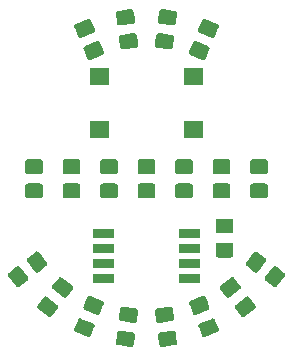
<source format=gbr>
G04 #@! TF.GenerationSoftware,KiCad,Pcbnew,(5.1.4)-1*
G04 #@! TF.CreationDate,2020-01-31T15:03:28+00:00*
G04 #@! TF.ProjectId,KeepCalm,4b656570-4361-46c6-9d2e-6b696361645f,rev?*
G04 #@! TF.SameCoordinates,Original*
G04 #@! TF.FileFunction,Soldermask,Top*
G04 #@! TF.FilePolarity,Negative*
%FSLAX46Y46*%
G04 Gerber Fmt 4.6, Leading zero omitted, Abs format (unit mm)*
G04 Created by KiCad (PCBNEW (5.1.4)-1) date 2020-01-31 15:03:28*
%MOMM*%
%LPD*%
G04 APERTURE LIST*
%ADD10C,0.100000*%
G04 APERTURE END LIST*
D10*
G36*
X150151542Y-101816016D02*
G01*
X150215505Y-101824437D01*
X150215507Y-101824437D01*
X151164968Y-101949436D01*
X151164972Y-101949437D01*
X151228929Y-101957857D01*
X151273296Y-101968202D01*
X151309171Y-101984456D01*
X151341187Y-102007399D01*
X151368108Y-102036143D01*
X151388909Y-102069593D01*
X151402783Y-102106454D01*
X151409198Y-102145314D01*
X151407708Y-102190842D01*
X151399287Y-102254805D01*
X151399287Y-102254807D01*
X151308347Y-102945569D01*
X151298499Y-103020367D01*
X151288154Y-103064734D01*
X151271900Y-103100609D01*
X151248957Y-103132625D01*
X151220213Y-103159546D01*
X151186763Y-103180347D01*
X151149902Y-103194221D01*
X151111043Y-103200636D01*
X151065514Y-103199146D01*
X151001551Y-103190725D01*
X151001549Y-103190725D01*
X150052088Y-103065726D01*
X150052084Y-103065725D01*
X149988127Y-103057305D01*
X149943760Y-103046960D01*
X149907885Y-103030706D01*
X149875869Y-103007763D01*
X149848948Y-102979019D01*
X149828147Y-102945569D01*
X149814273Y-102908708D01*
X149807858Y-102869848D01*
X149809348Y-102824320D01*
X149869382Y-102368313D01*
X149910136Y-102058756D01*
X149910137Y-102058752D01*
X149918557Y-101994795D01*
X149928902Y-101950428D01*
X149945156Y-101914553D01*
X149968099Y-101882537D01*
X149996843Y-101855616D01*
X150030293Y-101834815D01*
X150067154Y-101820941D01*
X150106013Y-101814526D01*
X150151542Y-101816016D01*
X150151542Y-101816016D01*
G37*
G36*
X154732846Y-101820941D02*
G01*
X154769707Y-101834815D01*
X154803157Y-101855616D01*
X154831901Y-101882537D01*
X154854844Y-101914553D01*
X154871098Y-101950428D01*
X154881443Y-101994795D01*
X154889863Y-102058752D01*
X154889864Y-102058756D01*
X154930618Y-102368313D01*
X154990652Y-102824320D01*
X154992142Y-102869849D01*
X154985727Y-102908708D01*
X154971853Y-102945569D01*
X154951052Y-102979019D01*
X154924131Y-103007763D01*
X154892115Y-103030706D01*
X154856240Y-103046960D01*
X154811873Y-103057305D01*
X154747916Y-103065725D01*
X154747912Y-103065726D01*
X153798451Y-103190725D01*
X153798449Y-103190725D01*
X153734486Y-103199146D01*
X153688958Y-103200636D01*
X153650098Y-103194221D01*
X153613237Y-103180347D01*
X153579787Y-103159546D01*
X153551043Y-103132625D01*
X153528100Y-103100609D01*
X153511846Y-103064734D01*
X153501501Y-103020367D01*
X153491654Y-102945569D01*
X153400713Y-102254807D01*
X153400713Y-102254805D01*
X153392292Y-102190842D01*
X153390802Y-102145313D01*
X153397217Y-102106454D01*
X153411091Y-102069593D01*
X153431892Y-102036143D01*
X153458813Y-102007399D01*
X153490829Y-101984456D01*
X153526704Y-101968202D01*
X153571071Y-101957857D01*
X153635028Y-101949437D01*
X153635032Y-101949436D01*
X154584493Y-101824437D01*
X154584495Y-101824437D01*
X154648458Y-101816016D01*
X154693986Y-101814526D01*
X154732846Y-101820941D01*
X154732846Y-101820941D01*
G37*
G36*
X158036737Y-100780747D02*
G01*
X158074431Y-100792182D01*
X158109166Y-100810748D01*
X158139610Y-100835732D01*
X158164597Y-100866179D01*
X158186074Y-100906360D01*
X158210758Y-100965952D01*
X158210761Y-100965958D01*
X158358017Y-101321467D01*
X158506254Y-101679342D01*
X158519480Y-101722943D01*
X158523340Y-101762138D01*
X158519480Y-101801333D01*
X158508046Y-101839026D01*
X158489479Y-101873762D01*
X158464493Y-101904208D01*
X158434048Y-101929193D01*
X158393867Y-101950670D01*
X157389915Y-102366521D01*
X157346315Y-102379747D01*
X157307120Y-102383607D01*
X157267925Y-102379747D01*
X157230231Y-102368312D01*
X157195496Y-102349746D01*
X157165052Y-102324762D01*
X157140065Y-102294315D01*
X157118588Y-102254134D01*
X157093904Y-102194542D01*
X157093901Y-102194536D01*
X156823094Y-101540749D01*
X156798408Y-101481152D01*
X156785182Y-101437551D01*
X156781322Y-101398356D01*
X156785182Y-101359161D01*
X156796616Y-101321468D01*
X156815183Y-101286732D01*
X156840169Y-101256286D01*
X156870614Y-101231301D01*
X156910795Y-101209824D01*
X157914747Y-100793973D01*
X157958347Y-100780747D01*
X157997542Y-100776887D01*
X158036737Y-100780747D01*
X158036737Y-100780747D01*
G37*
G36*
X146841653Y-100780747D02*
G01*
X146885253Y-100793973D01*
X147889205Y-101209824D01*
X147929386Y-101231301D01*
X147959833Y-101256288D01*
X147984817Y-101286732D01*
X148003383Y-101321467D01*
X148014818Y-101359161D01*
X148018678Y-101398356D01*
X148014818Y-101437551D01*
X148001592Y-101481152D01*
X147976906Y-101540749D01*
X147706099Y-102194536D01*
X147706096Y-102194542D01*
X147681412Y-102254134D01*
X147659935Y-102294315D01*
X147634950Y-102324760D01*
X147604504Y-102349746D01*
X147569768Y-102368313D01*
X147532075Y-102379747D01*
X147492880Y-102383607D01*
X147453685Y-102379747D01*
X147410085Y-102366521D01*
X146406133Y-101950670D01*
X146365952Y-101929193D01*
X146335505Y-101904206D01*
X146310521Y-101873762D01*
X146291955Y-101839027D01*
X146280520Y-101801333D01*
X146276660Y-101762138D01*
X146280520Y-101722943D01*
X146293746Y-101679342D01*
X146441983Y-101321467D01*
X146589239Y-100965958D01*
X146589242Y-100965952D01*
X146613926Y-100906360D01*
X146635403Y-100866179D01*
X146660388Y-100835734D01*
X146690834Y-100810748D01*
X146725570Y-100792181D01*
X146763263Y-100780747D01*
X146802458Y-100776887D01*
X146841653Y-100780747D01*
X146841653Y-100780747D01*
G37*
G36*
X150419120Y-99783554D02*
G01*
X150483083Y-99791975D01*
X150483085Y-99791975D01*
X151432546Y-99916974D01*
X151432550Y-99916975D01*
X151496507Y-99925395D01*
X151540874Y-99935740D01*
X151576749Y-99951994D01*
X151608765Y-99974937D01*
X151635686Y-100003681D01*
X151656487Y-100037131D01*
X151670361Y-100073992D01*
X151676776Y-100112852D01*
X151675286Y-100158380D01*
X151666865Y-100222343D01*
X151666865Y-100222345D01*
X151575162Y-100918903D01*
X151566077Y-100987905D01*
X151555732Y-101032272D01*
X151539478Y-101068147D01*
X151516535Y-101100163D01*
X151487791Y-101127084D01*
X151454341Y-101147885D01*
X151417480Y-101161759D01*
X151378621Y-101168174D01*
X151333092Y-101166684D01*
X151269129Y-101158263D01*
X151269127Y-101158263D01*
X150319666Y-101033264D01*
X150319662Y-101033263D01*
X150255705Y-101024843D01*
X150211338Y-101014498D01*
X150175463Y-100998244D01*
X150143447Y-100975301D01*
X150116526Y-100946557D01*
X150095725Y-100913107D01*
X150081851Y-100876246D01*
X150075436Y-100837386D01*
X150076926Y-100791858D01*
X150085347Y-100727893D01*
X150177714Y-100026294D01*
X150177715Y-100026290D01*
X150186135Y-99962333D01*
X150196480Y-99917966D01*
X150212734Y-99882091D01*
X150235677Y-99850075D01*
X150264421Y-99823154D01*
X150297871Y-99802353D01*
X150334732Y-99788479D01*
X150373591Y-99782064D01*
X150419120Y-99783554D01*
X150419120Y-99783554D01*
G37*
G36*
X154465268Y-99788479D02*
G01*
X154502129Y-99802353D01*
X154535579Y-99823154D01*
X154564323Y-99850075D01*
X154587266Y-99882091D01*
X154603520Y-99917966D01*
X154613865Y-99962333D01*
X154622285Y-100026290D01*
X154622286Y-100026294D01*
X154714653Y-100727893D01*
X154723074Y-100791858D01*
X154724564Y-100837387D01*
X154718149Y-100876246D01*
X154704275Y-100913107D01*
X154683474Y-100946557D01*
X154656553Y-100975301D01*
X154624537Y-100998244D01*
X154588662Y-101014498D01*
X154544295Y-101024843D01*
X154480338Y-101033263D01*
X154480334Y-101033264D01*
X153530873Y-101158263D01*
X153530871Y-101158263D01*
X153466908Y-101166684D01*
X153421380Y-101168174D01*
X153382520Y-101161759D01*
X153345659Y-101147885D01*
X153312209Y-101127084D01*
X153283465Y-101100163D01*
X153260522Y-101068147D01*
X153244268Y-101032272D01*
X153233923Y-100987905D01*
X153224839Y-100918903D01*
X153133135Y-100222345D01*
X153133135Y-100222343D01*
X153124714Y-100158380D01*
X153123224Y-100112851D01*
X153129639Y-100073992D01*
X153143513Y-100037131D01*
X153164314Y-100003681D01*
X153191235Y-99974937D01*
X153223251Y-99951994D01*
X153259126Y-99935740D01*
X153303493Y-99925395D01*
X153367450Y-99916975D01*
X153367454Y-99916974D01*
X154316915Y-99791975D01*
X154316917Y-99791975D01*
X154380880Y-99783554D01*
X154426408Y-99782064D01*
X154465268Y-99788479D01*
X154465268Y-99788479D01*
G37*
G36*
X143919222Y-98923440D02*
G01*
X143956090Y-98937316D01*
X143994776Y-98961372D01*
X144856897Y-99622901D01*
X144890143Y-99654039D01*
X144913086Y-99686055D01*
X144929340Y-99721930D01*
X144938285Y-99760291D01*
X144939573Y-99799655D01*
X144933158Y-99838515D01*
X144919284Y-99875376D01*
X144895226Y-99914065D01*
X144385888Y-100577847D01*
X144354750Y-100611093D01*
X144322733Y-100634036D01*
X144286859Y-100650290D01*
X144248499Y-100659235D01*
X144209134Y-100660523D01*
X144170278Y-100654108D01*
X144133410Y-100640232D01*
X144094724Y-100616176D01*
X143232603Y-99954647D01*
X143199357Y-99923509D01*
X143176414Y-99891493D01*
X143160160Y-99855618D01*
X143151215Y-99817257D01*
X143149927Y-99777893D01*
X143156342Y-99739033D01*
X143170216Y-99702172D01*
X143194274Y-99663483D01*
X143703612Y-98999701D01*
X143734750Y-98966455D01*
X143766767Y-98943512D01*
X143802641Y-98927258D01*
X143841001Y-98918313D01*
X143880366Y-98917025D01*
X143919222Y-98923440D01*
X143919222Y-98923440D01*
G37*
G36*
X160958998Y-98918313D02*
G01*
X160997359Y-98927258D01*
X161033234Y-98943512D01*
X161065250Y-98966455D01*
X161096388Y-98999701D01*
X161605726Y-99663483D01*
X161629782Y-99702169D01*
X161643658Y-99739037D01*
X161650073Y-99777893D01*
X161648785Y-99817258D01*
X161639840Y-99855618D01*
X161623586Y-99891492D01*
X161600643Y-99923509D01*
X161567397Y-99954647D01*
X160705276Y-100616176D01*
X160666587Y-100640234D01*
X160629726Y-100654108D01*
X160590866Y-100660523D01*
X160551502Y-100659235D01*
X160513141Y-100650290D01*
X160477266Y-100634036D01*
X160445250Y-100611093D01*
X160414112Y-100577847D01*
X159904774Y-99914065D01*
X159880718Y-99875379D01*
X159866842Y-99838511D01*
X159860427Y-99799655D01*
X159861715Y-99760290D01*
X159870660Y-99721930D01*
X159886914Y-99686056D01*
X159909857Y-99654039D01*
X159943103Y-99622901D01*
X160805224Y-98961372D01*
X160843913Y-98937314D01*
X160880774Y-98923440D01*
X160919634Y-98917025D01*
X160958998Y-98918313D01*
X160958998Y-98918313D01*
G37*
G36*
X147626155Y-98886793D02*
G01*
X147669755Y-98900019D01*
X148673707Y-99315870D01*
X148713888Y-99337347D01*
X148744335Y-99362334D01*
X148769319Y-99392778D01*
X148787885Y-99427513D01*
X148799320Y-99465207D01*
X148803180Y-99504402D01*
X148799320Y-99543597D01*
X148786094Y-99587198D01*
X148756927Y-99657613D01*
X148490601Y-100300582D01*
X148490598Y-100300588D01*
X148465914Y-100360180D01*
X148444437Y-100400361D01*
X148419452Y-100430806D01*
X148389006Y-100455792D01*
X148354270Y-100474359D01*
X148316577Y-100485793D01*
X148277382Y-100489653D01*
X148238187Y-100485793D01*
X148194587Y-100472567D01*
X147190635Y-100056716D01*
X147150454Y-100035239D01*
X147120007Y-100010252D01*
X147095023Y-99979808D01*
X147076457Y-99945073D01*
X147065022Y-99907379D01*
X147061162Y-99868184D01*
X147065022Y-99828989D01*
X147078248Y-99785388D01*
X147226485Y-99427513D01*
X147373741Y-99072004D01*
X147373744Y-99071998D01*
X147398428Y-99012406D01*
X147419905Y-98972225D01*
X147444890Y-98941780D01*
X147475336Y-98916794D01*
X147510072Y-98898227D01*
X147547765Y-98886793D01*
X147586960Y-98882933D01*
X147626155Y-98886793D01*
X147626155Y-98886793D01*
G37*
G36*
X157252235Y-98886793D02*
G01*
X157289929Y-98898228D01*
X157324664Y-98916794D01*
X157355108Y-98941778D01*
X157380095Y-98972225D01*
X157401572Y-99012406D01*
X157426256Y-99071998D01*
X157426259Y-99072004D01*
X157573515Y-99427513D01*
X157721752Y-99785388D01*
X157734978Y-99828989D01*
X157738838Y-99868184D01*
X157734978Y-99907379D01*
X157723544Y-99945072D01*
X157704977Y-99979808D01*
X157679991Y-100010254D01*
X157649546Y-100035239D01*
X157609365Y-100056716D01*
X156605413Y-100472567D01*
X156561813Y-100485793D01*
X156522618Y-100489653D01*
X156483423Y-100485793D01*
X156445729Y-100474358D01*
X156410994Y-100455792D01*
X156380550Y-100430808D01*
X156355563Y-100400361D01*
X156334086Y-100360180D01*
X156309402Y-100300588D01*
X156309399Y-100300582D01*
X156043073Y-99657613D01*
X156013906Y-99587198D01*
X156000680Y-99543597D01*
X155996820Y-99504402D01*
X156000680Y-99465207D01*
X156012114Y-99427514D01*
X156030681Y-99392778D01*
X156055667Y-99362332D01*
X156086112Y-99337347D01*
X156126293Y-99315870D01*
X157130245Y-98900019D01*
X157173845Y-98886793D01*
X157213040Y-98882933D01*
X157252235Y-98886793D01*
X157252235Y-98886793D01*
G37*
G36*
X159711038Y-97291939D02*
G01*
X159749399Y-97300884D01*
X159785274Y-97317138D01*
X159817290Y-97340081D01*
X159848428Y-97373327D01*
X160357766Y-98037109D01*
X160381822Y-98075795D01*
X160395698Y-98112663D01*
X160402113Y-98151519D01*
X160400825Y-98190884D01*
X160391880Y-98229244D01*
X160375626Y-98265118D01*
X160352683Y-98297135D01*
X160319437Y-98328273D01*
X159457316Y-98989802D01*
X159418627Y-99013860D01*
X159381766Y-99027734D01*
X159342906Y-99034149D01*
X159303542Y-99032861D01*
X159265181Y-99023916D01*
X159229306Y-99007662D01*
X159197290Y-98984719D01*
X159166152Y-98951473D01*
X158656814Y-98287691D01*
X158632758Y-98249005D01*
X158618882Y-98212137D01*
X158612467Y-98173281D01*
X158613755Y-98133916D01*
X158622700Y-98095556D01*
X158638954Y-98059682D01*
X158661897Y-98027665D01*
X158695143Y-97996527D01*
X159557264Y-97334998D01*
X159595953Y-97310940D01*
X159632814Y-97297066D01*
X159671674Y-97290651D01*
X159711038Y-97291939D01*
X159711038Y-97291939D01*
G37*
G36*
X145167182Y-97297066D02*
G01*
X145204050Y-97310942D01*
X145242736Y-97334998D01*
X146104857Y-97996527D01*
X146138103Y-98027665D01*
X146161046Y-98059681D01*
X146177300Y-98095556D01*
X146186245Y-98133917D01*
X146187533Y-98173281D01*
X146181118Y-98212141D01*
X146167244Y-98249002D01*
X146143186Y-98287691D01*
X145633848Y-98951473D01*
X145602710Y-98984719D01*
X145570693Y-99007662D01*
X145534819Y-99023916D01*
X145496459Y-99032861D01*
X145457094Y-99034149D01*
X145418238Y-99027734D01*
X145381370Y-99013858D01*
X145342684Y-98989802D01*
X144480563Y-98328273D01*
X144447317Y-98297135D01*
X144424374Y-98265119D01*
X144408120Y-98229244D01*
X144399175Y-98190883D01*
X144397887Y-98151519D01*
X144404302Y-98112659D01*
X144418176Y-98075798D01*
X144442234Y-98037109D01*
X144951572Y-97373327D01*
X144982710Y-97340081D01*
X145014727Y-97317138D01*
X145050601Y-97300884D01*
X145088961Y-97291939D01*
X145128326Y-97290651D01*
X145167182Y-97297066D01*
X145167182Y-97297066D01*
G37*
G36*
X163338515Y-96366842D02*
G01*
X163375376Y-96380716D01*
X163414065Y-96404774D01*
X164077847Y-96914112D01*
X164111093Y-96945250D01*
X164134036Y-96977267D01*
X164150290Y-97013141D01*
X164159235Y-97051501D01*
X164160523Y-97090866D01*
X164154108Y-97129722D01*
X164140232Y-97166590D01*
X164116176Y-97205276D01*
X163454647Y-98067397D01*
X163423509Y-98100643D01*
X163391493Y-98123586D01*
X163355618Y-98139840D01*
X163317257Y-98148785D01*
X163277893Y-98150073D01*
X163239033Y-98143658D01*
X163202172Y-98129784D01*
X163163483Y-98105726D01*
X162499701Y-97596388D01*
X162466455Y-97565250D01*
X162443512Y-97533233D01*
X162427258Y-97497359D01*
X162418313Y-97458999D01*
X162417025Y-97419634D01*
X162423440Y-97380778D01*
X162437316Y-97343910D01*
X162461372Y-97305224D01*
X163122901Y-96443103D01*
X163154039Y-96409857D01*
X163186055Y-96386914D01*
X163221930Y-96370660D01*
X163260291Y-96361715D01*
X163299655Y-96360427D01*
X163338515Y-96366842D01*
X163338515Y-96366842D01*
G37*
G36*
X141539710Y-96361715D02*
G01*
X141578070Y-96370660D01*
X141613944Y-96386914D01*
X141645961Y-96409857D01*
X141677099Y-96443103D01*
X142338628Y-97305224D01*
X142362686Y-97343913D01*
X142376560Y-97380774D01*
X142382975Y-97419634D01*
X142381687Y-97458998D01*
X142372742Y-97497359D01*
X142356488Y-97533234D01*
X142333545Y-97565250D01*
X142300299Y-97596388D01*
X141636517Y-98105726D01*
X141597831Y-98129782D01*
X141560963Y-98143658D01*
X141522107Y-98150073D01*
X141482742Y-98148785D01*
X141444382Y-98139840D01*
X141408508Y-98123586D01*
X141376491Y-98100643D01*
X141345353Y-98067397D01*
X140683824Y-97205276D01*
X140659766Y-97166587D01*
X140645892Y-97129726D01*
X140639477Y-97090866D01*
X140640765Y-97051502D01*
X140649710Y-97013141D01*
X140665964Y-96977266D01*
X140688907Y-96945250D01*
X140722153Y-96914112D01*
X141385935Y-96404774D01*
X141424621Y-96380718D01*
X141461489Y-96366842D01*
X141500345Y-96360427D01*
X141539710Y-96361715D01*
X141539710Y-96361715D01*
G37*
G36*
X156951000Y-97785000D02*
G01*
X155149000Y-97785000D01*
X155149000Y-97033000D01*
X156951000Y-97033000D01*
X156951000Y-97785000D01*
X156951000Y-97785000D01*
G37*
G36*
X149651000Y-97785000D02*
G01*
X147849000Y-97785000D01*
X147849000Y-97033000D01*
X149651000Y-97033000D01*
X149651000Y-97785000D01*
X149651000Y-97785000D01*
G37*
G36*
X161712141Y-95118882D02*
G01*
X161749002Y-95132756D01*
X161787691Y-95156814D01*
X162451473Y-95666152D01*
X162484719Y-95697290D01*
X162507662Y-95729307D01*
X162523916Y-95765181D01*
X162532861Y-95803541D01*
X162534149Y-95842906D01*
X162527734Y-95881762D01*
X162513858Y-95918630D01*
X162489802Y-95957316D01*
X161828273Y-96819437D01*
X161797135Y-96852683D01*
X161765119Y-96875626D01*
X161729244Y-96891880D01*
X161690883Y-96900825D01*
X161651519Y-96902113D01*
X161612659Y-96895698D01*
X161575798Y-96881824D01*
X161537109Y-96857766D01*
X160873327Y-96348428D01*
X160840081Y-96317290D01*
X160817138Y-96285273D01*
X160800884Y-96249399D01*
X160791939Y-96211039D01*
X160790651Y-96171674D01*
X160797066Y-96132818D01*
X160810942Y-96095950D01*
X160834998Y-96057264D01*
X161496527Y-95195143D01*
X161527665Y-95161897D01*
X161559681Y-95138954D01*
X161595556Y-95122700D01*
X161633917Y-95113755D01*
X161673281Y-95112467D01*
X161712141Y-95118882D01*
X161712141Y-95118882D01*
G37*
G36*
X143166084Y-95113755D02*
G01*
X143204444Y-95122700D01*
X143240318Y-95138954D01*
X143272335Y-95161897D01*
X143303473Y-95195143D01*
X143965002Y-96057264D01*
X143989060Y-96095953D01*
X144002934Y-96132814D01*
X144009349Y-96171674D01*
X144008061Y-96211038D01*
X143999116Y-96249399D01*
X143982862Y-96285274D01*
X143959919Y-96317290D01*
X143926673Y-96348428D01*
X143262891Y-96857766D01*
X143224205Y-96881822D01*
X143187337Y-96895698D01*
X143148481Y-96902113D01*
X143109116Y-96900825D01*
X143070756Y-96891880D01*
X143034882Y-96875626D01*
X143002865Y-96852683D01*
X142971727Y-96819437D01*
X142310198Y-95957316D01*
X142286140Y-95918627D01*
X142272266Y-95881766D01*
X142265851Y-95842906D01*
X142267139Y-95803542D01*
X142276084Y-95765181D01*
X142292338Y-95729306D01*
X142315281Y-95697290D01*
X142348527Y-95666152D01*
X143012309Y-95156814D01*
X143050995Y-95132758D01*
X143087863Y-95118882D01*
X143126719Y-95112467D01*
X143166084Y-95113755D01*
X143166084Y-95113755D01*
G37*
G36*
X149651000Y-96515000D02*
G01*
X147849000Y-96515000D01*
X147849000Y-95763000D01*
X149651000Y-95763000D01*
X149651000Y-96515000D01*
X149651000Y-96515000D01*
G37*
G36*
X156951000Y-96515000D02*
G01*
X155149000Y-96515000D01*
X155149000Y-95763000D01*
X156951000Y-95763000D01*
X156951000Y-96515000D01*
X156951000Y-96515000D01*
G37*
G36*
X159592674Y-94383465D02*
G01*
X159630367Y-94394899D01*
X159665103Y-94413466D01*
X159695548Y-94438452D01*
X159720534Y-94468897D01*
X159739101Y-94503633D01*
X159750535Y-94541326D01*
X159755000Y-94586661D01*
X159755000Y-95423339D01*
X159750535Y-95468674D01*
X159739101Y-95506367D01*
X159720534Y-95541103D01*
X159695548Y-95571548D01*
X159665103Y-95596534D01*
X159630367Y-95615101D01*
X159592674Y-95626535D01*
X159547339Y-95631000D01*
X158460661Y-95631000D01*
X158415326Y-95626535D01*
X158377633Y-95615101D01*
X158342897Y-95596534D01*
X158312452Y-95571548D01*
X158287466Y-95541103D01*
X158268899Y-95506367D01*
X158257465Y-95468674D01*
X158253000Y-95423339D01*
X158253000Y-94586661D01*
X158257465Y-94541326D01*
X158268899Y-94503633D01*
X158287466Y-94468897D01*
X158312452Y-94438452D01*
X158342897Y-94413466D01*
X158377633Y-94394899D01*
X158415326Y-94383465D01*
X158460661Y-94379000D01*
X159547339Y-94379000D01*
X159592674Y-94383465D01*
X159592674Y-94383465D01*
G37*
G36*
X156951000Y-95245000D02*
G01*
X155149000Y-95245000D01*
X155149000Y-94493000D01*
X156951000Y-94493000D01*
X156951000Y-95245000D01*
X156951000Y-95245000D01*
G37*
G36*
X149651000Y-95245000D02*
G01*
X147849000Y-95245000D01*
X147849000Y-94493000D01*
X149651000Y-94493000D01*
X149651000Y-95245000D01*
X149651000Y-95245000D01*
G37*
G36*
X149651000Y-93975000D02*
G01*
X147849000Y-93975000D01*
X147849000Y-93223000D01*
X149651000Y-93223000D01*
X149651000Y-93975000D01*
X149651000Y-93975000D01*
G37*
G36*
X156951000Y-93975000D02*
G01*
X155149000Y-93975000D01*
X155149000Y-93223000D01*
X156951000Y-93223000D01*
X156951000Y-93975000D01*
X156951000Y-93975000D01*
G37*
G36*
X159592674Y-92333465D02*
G01*
X159630367Y-92344899D01*
X159665103Y-92363466D01*
X159695548Y-92388452D01*
X159720534Y-92418897D01*
X159739101Y-92453633D01*
X159750535Y-92491326D01*
X159755000Y-92536661D01*
X159755000Y-93373339D01*
X159750535Y-93418674D01*
X159739101Y-93456367D01*
X159720534Y-93491103D01*
X159695548Y-93521548D01*
X159665103Y-93546534D01*
X159630367Y-93565101D01*
X159592674Y-93576535D01*
X159547339Y-93581000D01*
X158460661Y-93581000D01*
X158415326Y-93576535D01*
X158377633Y-93565101D01*
X158342897Y-93546534D01*
X158312452Y-93521548D01*
X158287466Y-93491103D01*
X158268899Y-93456367D01*
X158257465Y-93418674D01*
X158253000Y-93373339D01*
X158253000Y-92536661D01*
X158257465Y-92491326D01*
X158268899Y-92453633D01*
X158287466Y-92418897D01*
X158312452Y-92388452D01*
X158342897Y-92363466D01*
X158377633Y-92344899D01*
X158415326Y-92333465D01*
X158460661Y-92329000D01*
X159547339Y-92329000D01*
X159592674Y-92333465D01*
X159592674Y-92333465D01*
G37*
G36*
X143463674Y-89366965D02*
G01*
X143501367Y-89378399D01*
X143536103Y-89396966D01*
X143566548Y-89421952D01*
X143591534Y-89452397D01*
X143610101Y-89487133D01*
X143621535Y-89524826D01*
X143626000Y-89570161D01*
X143626000Y-90406839D01*
X143621535Y-90452174D01*
X143610101Y-90489867D01*
X143591534Y-90524603D01*
X143566548Y-90555048D01*
X143536103Y-90580034D01*
X143501367Y-90598601D01*
X143463674Y-90610035D01*
X143418339Y-90614500D01*
X142331661Y-90614500D01*
X142286326Y-90610035D01*
X142248633Y-90598601D01*
X142213897Y-90580034D01*
X142183452Y-90555048D01*
X142158466Y-90524603D01*
X142139899Y-90489867D01*
X142128465Y-90452174D01*
X142124000Y-90406839D01*
X142124000Y-89570161D01*
X142128465Y-89524826D01*
X142139899Y-89487133D01*
X142158466Y-89452397D01*
X142183452Y-89421952D01*
X142213897Y-89396966D01*
X142248633Y-89378399D01*
X142286326Y-89366965D01*
X142331661Y-89362500D01*
X143418339Y-89362500D01*
X143463674Y-89366965D01*
X143463674Y-89366965D01*
G37*
G36*
X162513674Y-89366965D02*
G01*
X162551367Y-89378399D01*
X162586103Y-89396966D01*
X162616548Y-89421952D01*
X162641534Y-89452397D01*
X162660101Y-89487133D01*
X162671535Y-89524826D01*
X162676000Y-89570161D01*
X162676000Y-90406839D01*
X162671535Y-90452174D01*
X162660101Y-90489867D01*
X162641534Y-90524603D01*
X162616548Y-90555048D01*
X162586103Y-90580034D01*
X162551367Y-90598601D01*
X162513674Y-90610035D01*
X162468339Y-90614500D01*
X161381661Y-90614500D01*
X161336326Y-90610035D01*
X161298633Y-90598601D01*
X161263897Y-90580034D01*
X161233452Y-90555048D01*
X161208466Y-90524603D01*
X161189899Y-90489867D01*
X161178465Y-90452174D01*
X161174000Y-90406839D01*
X161174000Y-89570161D01*
X161178465Y-89524826D01*
X161189899Y-89487133D01*
X161208466Y-89452397D01*
X161233452Y-89421952D01*
X161263897Y-89396966D01*
X161298633Y-89378399D01*
X161336326Y-89366965D01*
X161381661Y-89362500D01*
X162468339Y-89362500D01*
X162513674Y-89366965D01*
X162513674Y-89366965D01*
G37*
G36*
X159338674Y-89366965D02*
G01*
X159376367Y-89378399D01*
X159411103Y-89396966D01*
X159441548Y-89421952D01*
X159466534Y-89452397D01*
X159485101Y-89487133D01*
X159496535Y-89524826D01*
X159501000Y-89570161D01*
X159501000Y-90406839D01*
X159496535Y-90452174D01*
X159485101Y-90489867D01*
X159466534Y-90524603D01*
X159441548Y-90555048D01*
X159411103Y-90580034D01*
X159376367Y-90598601D01*
X159338674Y-90610035D01*
X159293339Y-90614500D01*
X158206661Y-90614500D01*
X158161326Y-90610035D01*
X158123633Y-90598601D01*
X158088897Y-90580034D01*
X158058452Y-90555048D01*
X158033466Y-90524603D01*
X158014899Y-90489867D01*
X158003465Y-90452174D01*
X157999000Y-90406839D01*
X157999000Y-89570161D01*
X158003465Y-89524826D01*
X158014899Y-89487133D01*
X158033466Y-89452397D01*
X158058452Y-89421952D01*
X158088897Y-89396966D01*
X158123633Y-89378399D01*
X158161326Y-89366965D01*
X158206661Y-89362500D01*
X159293339Y-89362500D01*
X159338674Y-89366965D01*
X159338674Y-89366965D01*
G37*
G36*
X146638674Y-89366965D02*
G01*
X146676367Y-89378399D01*
X146711103Y-89396966D01*
X146741548Y-89421952D01*
X146766534Y-89452397D01*
X146785101Y-89487133D01*
X146796535Y-89524826D01*
X146801000Y-89570161D01*
X146801000Y-90406839D01*
X146796535Y-90452174D01*
X146785101Y-90489867D01*
X146766534Y-90524603D01*
X146741548Y-90555048D01*
X146711103Y-90580034D01*
X146676367Y-90598601D01*
X146638674Y-90610035D01*
X146593339Y-90614500D01*
X145506661Y-90614500D01*
X145461326Y-90610035D01*
X145423633Y-90598601D01*
X145388897Y-90580034D01*
X145358452Y-90555048D01*
X145333466Y-90524603D01*
X145314899Y-90489867D01*
X145303465Y-90452174D01*
X145299000Y-90406839D01*
X145299000Y-89570161D01*
X145303465Y-89524826D01*
X145314899Y-89487133D01*
X145333466Y-89452397D01*
X145358452Y-89421952D01*
X145388897Y-89396966D01*
X145423633Y-89378399D01*
X145461326Y-89366965D01*
X145506661Y-89362500D01*
X146593339Y-89362500D01*
X146638674Y-89366965D01*
X146638674Y-89366965D01*
G37*
G36*
X152988674Y-89366965D02*
G01*
X153026367Y-89378399D01*
X153061103Y-89396966D01*
X153091548Y-89421952D01*
X153116534Y-89452397D01*
X153135101Y-89487133D01*
X153146535Y-89524826D01*
X153151000Y-89570161D01*
X153151000Y-90406839D01*
X153146535Y-90452174D01*
X153135101Y-90489867D01*
X153116534Y-90524603D01*
X153091548Y-90555048D01*
X153061103Y-90580034D01*
X153026367Y-90598601D01*
X152988674Y-90610035D01*
X152943339Y-90614500D01*
X151856661Y-90614500D01*
X151811326Y-90610035D01*
X151773633Y-90598601D01*
X151738897Y-90580034D01*
X151708452Y-90555048D01*
X151683466Y-90524603D01*
X151664899Y-90489867D01*
X151653465Y-90452174D01*
X151649000Y-90406839D01*
X151649000Y-89570161D01*
X151653465Y-89524826D01*
X151664899Y-89487133D01*
X151683466Y-89452397D01*
X151708452Y-89421952D01*
X151738897Y-89396966D01*
X151773633Y-89378399D01*
X151811326Y-89366965D01*
X151856661Y-89362500D01*
X152943339Y-89362500D01*
X152988674Y-89366965D01*
X152988674Y-89366965D01*
G37*
G36*
X149813674Y-89366965D02*
G01*
X149851367Y-89378399D01*
X149886103Y-89396966D01*
X149916548Y-89421952D01*
X149941534Y-89452397D01*
X149960101Y-89487133D01*
X149971535Y-89524826D01*
X149976000Y-89570161D01*
X149976000Y-90406839D01*
X149971535Y-90452174D01*
X149960101Y-90489867D01*
X149941534Y-90524603D01*
X149916548Y-90555048D01*
X149886103Y-90580034D01*
X149851367Y-90598601D01*
X149813674Y-90610035D01*
X149768339Y-90614500D01*
X148681661Y-90614500D01*
X148636326Y-90610035D01*
X148598633Y-90598601D01*
X148563897Y-90580034D01*
X148533452Y-90555048D01*
X148508466Y-90524603D01*
X148489899Y-90489867D01*
X148478465Y-90452174D01*
X148474000Y-90406839D01*
X148474000Y-89570161D01*
X148478465Y-89524826D01*
X148489899Y-89487133D01*
X148508466Y-89452397D01*
X148533452Y-89421952D01*
X148563897Y-89396966D01*
X148598633Y-89378399D01*
X148636326Y-89366965D01*
X148681661Y-89362500D01*
X149768339Y-89362500D01*
X149813674Y-89366965D01*
X149813674Y-89366965D01*
G37*
G36*
X156163674Y-89366965D02*
G01*
X156201367Y-89378399D01*
X156236103Y-89396966D01*
X156266548Y-89421952D01*
X156291534Y-89452397D01*
X156310101Y-89487133D01*
X156321535Y-89524826D01*
X156326000Y-89570161D01*
X156326000Y-90406839D01*
X156321535Y-90452174D01*
X156310101Y-90489867D01*
X156291534Y-90524603D01*
X156266548Y-90555048D01*
X156236103Y-90580034D01*
X156201367Y-90598601D01*
X156163674Y-90610035D01*
X156118339Y-90614500D01*
X155031661Y-90614500D01*
X154986326Y-90610035D01*
X154948633Y-90598601D01*
X154913897Y-90580034D01*
X154883452Y-90555048D01*
X154858466Y-90524603D01*
X154839899Y-90489867D01*
X154828465Y-90452174D01*
X154824000Y-90406839D01*
X154824000Y-89570161D01*
X154828465Y-89524826D01*
X154839899Y-89487133D01*
X154858466Y-89452397D01*
X154883452Y-89421952D01*
X154913897Y-89396966D01*
X154948633Y-89378399D01*
X154986326Y-89366965D01*
X155031661Y-89362500D01*
X156118339Y-89362500D01*
X156163674Y-89366965D01*
X156163674Y-89366965D01*
G37*
G36*
X156163674Y-87316965D02*
G01*
X156201367Y-87328399D01*
X156236103Y-87346966D01*
X156266548Y-87371952D01*
X156291534Y-87402397D01*
X156310101Y-87437133D01*
X156321535Y-87474826D01*
X156326000Y-87520161D01*
X156326000Y-88356839D01*
X156321535Y-88402174D01*
X156310101Y-88439867D01*
X156291534Y-88474603D01*
X156266548Y-88505048D01*
X156236103Y-88530034D01*
X156201367Y-88548601D01*
X156163674Y-88560035D01*
X156118339Y-88564500D01*
X155031661Y-88564500D01*
X154986326Y-88560035D01*
X154948633Y-88548601D01*
X154913897Y-88530034D01*
X154883452Y-88505048D01*
X154858466Y-88474603D01*
X154839899Y-88439867D01*
X154828465Y-88402174D01*
X154824000Y-88356839D01*
X154824000Y-87520161D01*
X154828465Y-87474826D01*
X154839899Y-87437133D01*
X154858466Y-87402397D01*
X154883452Y-87371952D01*
X154913897Y-87346966D01*
X154948633Y-87328399D01*
X154986326Y-87316965D01*
X155031661Y-87312500D01*
X156118339Y-87312500D01*
X156163674Y-87316965D01*
X156163674Y-87316965D01*
G37*
G36*
X159338674Y-87316965D02*
G01*
X159376367Y-87328399D01*
X159411103Y-87346966D01*
X159441548Y-87371952D01*
X159466534Y-87402397D01*
X159485101Y-87437133D01*
X159496535Y-87474826D01*
X159501000Y-87520161D01*
X159501000Y-88356839D01*
X159496535Y-88402174D01*
X159485101Y-88439867D01*
X159466534Y-88474603D01*
X159441548Y-88505048D01*
X159411103Y-88530034D01*
X159376367Y-88548601D01*
X159338674Y-88560035D01*
X159293339Y-88564500D01*
X158206661Y-88564500D01*
X158161326Y-88560035D01*
X158123633Y-88548601D01*
X158088897Y-88530034D01*
X158058452Y-88505048D01*
X158033466Y-88474603D01*
X158014899Y-88439867D01*
X158003465Y-88402174D01*
X157999000Y-88356839D01*
X157999000Y-87520161D01*
X158003465Y-87474826D01*
X158014899Y-87437133D01*
X158033466Y-87402397D01*
X158058452Y-87371952D01*
X158088897Y-87346966D01*
X158123633Y-87328399D01*
X158161326Y-87316965D01*
X158206661Y-87312500D01*
X159293339Y-87312500D01*
X159338674Y-87316965D01*
X159338674Y-87316965D01*
G37*
G36*
X162513674Y-87316965D02*
G01*
X162551367Y-87328399D01*
X162586103Y-87346966D01*
X162616548Y-87371952D01*
X162641534Y-87402397D01*
X162660101Y-87437133D01*
X162671535Y-87474826D01*
X162676000Y-87520161D01*
X162676000Y-88356839D01*
X162671535Y-88402174D01*
X162660101Y-88439867D01*
X162641534Y-88474603D01*
X162616548Y-88505048D01*
X162586103Y-88530034D01*
X162551367Y-88548601D01*
X162513674Y-88560035D01*
X162468339Y-88564500D01*
X161381661Y-88564500D01*
X161336326Y-88560035D01*
X161298633Y-88548601D01*
X161263897Y-88530034D01*
X161233452Y-88505048D01*
X161208466Y-88474603D01*
X161189899Y-88439867D01*
X161178465Y-88402174D01*
X161174000Y-88356839D01*
X161174000Y-87520161D01*
X161178465Y-87474826D01*
X161189899Y-87437133D01*
X161208466Y-87402397D01*
X161233452Y-87371952D01*
X161263897Y-87346966D01*
X161298633Y-87328399D01*
X161336326Y-87316965D01*
X161381661Y-87312500D01*
X162468339Y-87312500D01*
X162513674Y-87316965D01*
X162513674Y-87316965D01*
G37*
G36*
X143463674Y-87316965D02*
G01*
X143501367Y-87328399D01*
X143536103Y-87346966D01*
X143566548Y-87371952D01*
X143591534Y-87402397D01*
X143610101Y-87437133D01*
X143621535Y-87474826D01*
X143626000Y-87520161D01*
X143626000Y-88356839D01*
X143621535Y-88402174D01*
X143610101Y-88439867D01*
X143591534Y-88474603D01*
X143566548Y-88505048D01*
X143536103Y-88530034D01*
X143501367Y-88548601D01*
X143463674Y-88560035D01*
X143418339Y-88564500D01*
X142331661Y-88564500D01*
X142286326Y-88560035D01*
X142248633Y-88548601D01*
X142213897Y-88530034D01*
X142183452Y-88505048D01*
X142158466Y-88474603D01*
X142139899Y-88439867D01*
X142128465Y-88402174D01*
X142124000Y-88356839D01*
X142124000Y-87520161D01*
X142128465Y-87474826D01*
X142139899Y-87437133D01*
X142158466Y-87402397D01*
X142183452Y-87371952D01*
X142213897Y-87346966D01*
X142248633Y-87328399D01*
X142286326Y-87316965D01*
X142331661Y-87312500D01*
X143418339Y-87312500D01*
X143463674Y-87316965D01*
X143463674Y-87316965D01*
G37*
G36*
X146638674Y-87316965D02*
G01*
X146676367Y-87328399D01*
X146711103Y-87346966D01*
X146741548Y-87371952D01*
X146766534Y-87402397D01*
X146785101Y-87437133D01*
X146796535Y-87474826D01*
X146801000Y-87520161D01*
X146801000Y-88356839D01*
X146796535Y-88402174D01*
X146785101Y-88439867D01*
X146766534Y-88474603D01*
X146741548Y-88505048D01*
X146711103Y-88530034D01*
X146676367Y-88548601D01*
X146638674Y-88560035D01*
X146593339Y-88564500D01*
X145506661Y-88564500D01*
X145461326Y-88560035D01*
X145423633Y-88548601D01*
X145388897Y-88530034D01*
X145358452Y-88505048D01*
X145333466Y-88474603D01*
X145314899Y-88439867D01*
X145303465Y-88402174D01*
X145299000Y-88356839D01*
X145299000Y-87520161D01*
X145303465Y-87474826D01*
X145314899Y-87437133D01*
X145333466Y-87402397D01*
X145358452Y-87371952D01*
X145388897Y-87346966D01*
X145423633Y-87328399D01*
X145461326Y-87316965D01*
X145506661Y-87312500D01*
X146593339Y-87312500D01*
X146638674Y-87316965D01*
X146638674Y-87316965D01*
G37*
G36*
X149813674Y-87316965D02*
G01*
X149851367Y-87328399D01*
X149886103Y-87346966D01*
X149916548Y-87371952D01*
X149941534Y-87402397D01*
X149960101Y-87437133D01*
X149971535Y-87474826D01*
X149976000Y-87520161D01*
X149976000Y-88356839D01*
X149971535Y-88402174D01*
X149960101Y-88439867D01*
X149941534Y-88474603D01*
X149916548Y-88505048D01*
X149886103Y-88530034D01*
X149851367Y-88548601D01*
X149813674Y-88560035D01*
X149768339Y-88564500D01*
X148681661Y-88564500D01*
X148636326Y-88560035D01*
X148598633Y-88548601D01*
X148563897Y-88530034D01*
X148533452Y-88505048D01*
X148508466Y-88474603D01*
X148489899Y-88439867D01*
X148478465Y-88402174D01*
X148474000Y-88356839D01*
X148474000Y-87520161D01*
X148478465Y-87474826D01*
X148489899Y-87437133D01*
X148508466Y-87402397D01*
X148533452Y-87371952D01*
X148563897Y-87346966D01*
X148598633Y-87328399D01*
X148636326Y-87316965D01*
X148681661Y-87312500D01*
X149768339Y-87312500D01*
X149813674Y-87316965D01*
X149813674Y-87316965D01*
G37*
G36*
X152988674Y-87316965D02*
G01*
X153026367Y-87328399D01*
X153061103Y-87346966D01*
X153091548Y-87371952D01*
X153116534Y-87402397D01*
X153135101Y-87437133D01*
X153146535Y-87474826D01*
X153151000Y-87520161D01*
X153151000Y-88356839D01*
X153146535Y-88402174D01*
X153135101Y-88439867D01*
X153116534Y-88474603D01*
X153091548Y-88505048D01*
X153061103Y-88530034D01*
X153026367Y-88548601D01*
X152988674Y-88560035D01*
X152943339Y-88564500D01*
X151856661Y-88564500D01*
X151811326Y-88560035D01*
X151773633Y-88548601D01*
X151738897Y-88530034D01*
X151708452Y-88505048D01*
X151683466Y-88474603D01*
X151664899Y-88439867D01*
X151653465Y-88402174D01*
X151649000Y-88356839D01*
X151649000Y-87520161D01*
X151653465Y-87474826D01*
X151664899Y-87437133D01*
X151683466Y-87402397D01*
X151708452Y-87371952D01*
X151738897Y-87346966D01*
X151773633Y-87328399D01*
X151811326Y-87316965D01*
X151856661Y-87312500D01*
X152943339Y-87312500D01*
X152988674Y-87316965D01*
X152988674Y-87316965D01*
G37*
G36*
X149251000Y-85501000D02*
G01*
X147599000Y-85501000D01*
X147599000Y-84099000D01*
X149251000Y-84099000D01*
X149251000Y-85501000D01*
X149251000Y-85501000D01*
G37*
G36*
X157201000Y-85501000D02*
G01*
X155549000Y-85501000D01*
X155549000Y-84099000D01*
X157201000Y-84099000D01*
X157201000Y-85501000D01*
X157201000Y-85501000D01*
G37*
G36*
X157201000Y-81001000D02*
G01*
X155549000Y-81001000D01*
X155549000Y-79599000D01*
X157201000Y-79599000D01*
X157201000Y-81001000D01*
X157201000Y-81001000D01*
G37*
G36*
X149251000Y-81001000D02*
G01*
X147599000Y-81001000D01*
X147599000Y-79599000D01*
X149251000Y-79599000D01*
X149251000Y-81001000D01*
X149251000Y-81001000D01*
G37*
G36*
X148316577Y-77314207D02*
G01*
X148354271Y-77325642D01*
X148389006Y-77344208D01*
X148419450Y-77369192D01*
X148444437Y-77399639D01*
X148465914Y-77439820D01*
X148490598Y-77499412D01*
X148490601Y-77499418D01*
X148701995Y-78009770D01*
X148786094Y-78212802D01*
X148799320Y-78256403D01*
X148803180Y-78295598D01*
X148799320Y-78334793D01*
X148787886Y-78372486D01*
X148769319Y-78407222D01*
X148744333Y-78437668D01*
X148713888Y-78462653D01*
X148673707Y-78484130D01*
X147669755Y-78899981D01*
X147626155Y-78913207D01*
X147586960Y-78917067D01*
X147547765Y-78913207D01*
X147510071Y-78901772D01*
X147475336Y-78883206D01*
X147444892Y-78858222D01*
X147419905Y-78827775D01*
X147398428Y-78787594D01*
X147373744Y-78728002D01*
X147373741Y-78727996D01*
X147102934Y-78074209D01*
X147078248Y-78014612D01*
X147065022Y-77971011D01*
X147061162Y-77931816D01*
X147065022Y-77892621D01*
X147076456Y-77854928D01*
X147095023Y-77820192D01*
X147120009Y-77789746D01*
X147150454Y-77764761D01*
X147190635Y-77743284D01*
X148194587Y-77327433D01*
X148238187Y-77314207D01*
X148277382Y-77310347D01*
X148316577Y-77314207D01*
X148316577Y-77314207D01*
G37*
G36*
X156561813Y-77314207D02*
G01*
X156605413Y-77327433D01*
X157609365Y-77743284D01*
X157649546Y-77764761D01*
X157679993Y-77789748D01*
X157704977Y-77820192D01*
X157723543Y-77854927D01*
X157734978Y-77892621D01*
X157738838Y-77931816D01*
X157734978Y-77971011D01*
X157721752Y-78014612D01*
X157697066Y-78074209D01*
X157426259Y-78727996D01*
X157426256Y-78728002D01*
X157401572Y-78787594D01*
X157380095Y-78827775D01*
X157355110Y-78858220D01*
X157324664Y-78883206D01*
X157289928Y-78901773D01*
X157252235Y-78913207D01*
X157213040Y-78917067D01*
X157173845Y-78913207D01*
X157130245Y-78899981D01*
X156126293Y-78484130D01*
X156086112Y-78462653D01*
X156055665Y-78437666D01*
X156030681Y-78407222D01*
X156012115Y-78372487D01*
X156000680Y-78334793D01*
X155996820Y-78295598D01*
X156000680Y-78256403D01*
X156013906Y-78212802D01*
X156098005Y-78009770D01*
X156309399Y-77499418D01*
X156309402Y-77499412D01*
X156334086Y-77439820D01*
X156355563Y-77399639D01*
X156380548Y-77369194D01*
X156410994Y-77344208D01*
X156445730Y-77325641D01*
X156483423Y-77314207D01*
X156522618Y-77310347D01*
X156561813Y-77314207D01*
X156561813Y-77314207D01*
G37*
G36*
X151417480Y-76638241D02*
G01*
X151454341Y-76652115D01*
X151487791Y-76672916D01*
X151516535Y-76699837D01*
X151539478Y-76731853D01*
X151555732Y-76767728D01*
X151566077Y-76812095D01*
X151574497Y-76876052D01*
X151574498Y-76876056D01*
X151640484Y-77377270D01*
X151675286Y-77641620D01*
X151676776Y-77687149D01*
X151670361Y-77726008D01*
X151656487Y-77762869D01*
X151635686Y-77796319D01*
X151608765Y-77825063D01*
X151576749Y-77848006D01*
X151540874Y-77864260D01*
X151496507Y-77874605D01*
X151432550Y-77883025D01*
X151432546Y-77883026D01*
X150483085Y-78008025D01*
X150483083Y-78008025D01*
X150419120Y-78016446D01*
X150373592Y-78017936D01*
X150334732Y-78011521D01*
X150297871Y-77997647D01*
X150264421Y-77976846D01*
X150235677Y-77949925D01*
X150212734Y-77917909D01*
X150196480Y-77882034D01*
X150186135Y-77837667D01*
X150176537Y-77764761D01*
X150085347Y-77072107D01*
X150085347Y-77072105D01*
X150076926Y-77008142D01*
X150075436Y-76962613D01*
X150081851Y-76923754D01*
X150095725Y-76886893D01*
X150116526Y-76853443D01*
X150143447Y-76824699D01*
X150175463Y-76801756D01*
X150211338Y-76785502D01*
X150255705Y-76775157D01*
X150319662Y-76766737D01*
X150319666Y-76766736D01*
X151269127Y-76641737D01*
X151269129Y-76641737D01*
X151333092Y-76633316D01*
X151378620Y-76631826D01*
X151417480Y-76638241D01*
X151417480Y-76638241D01*
G37*
G36*
X153466908Y-76633316D02*
G01*
X153530871Y-76641737D01*
X153530873Y-76641737D01*
X154480334Y-76766736D01*
X154480338Y-76766737D01*
X154544295Y-76775157D01*
X154588662Y-76785502D01*
X154624537Y-76801756D01*
X154656553Y-76824699D01*
X154683474Y-76853443D01*
X154704275Y-76886893D01*
X154718149Y-76923754D01*
X154724564Y-76962614D01*
X154723074Y-77008142D01*
X154714653Y-77072105D01*
X154714653Y-77072107D01*
X154623464Y-77764761D01*
X154613865Y-77837667D01*
X154603520Y-77882034D01*
X154587266Y-77917909D01*
X154564323Y-77949925D01*
X154535579Y-77976846D01*
X154502129Y-77997647D01*
X154465268Y-78011521D01*
X154426409Y-78017936D01*
X154380880Y-78016446D01*
X154316917Y-78008025D01*
X154316915Y-78008025D01*
X153367454Y-77883026D01*
X153367450Y-77883025D01*
X153303493Y-77874605D01*
X153259126Y-77864260D01*
X153223251Y-77848006D01*
X153191235Y-77825063D01*
X153164314Y-77796319D01*
X153143513Y-77762869D01*
X153129639Y-77726008D01*
X153123224Y-77687148D01*
X153124714Y-77641620D01*
X153159516Y-77377270D01*
X153225502Y-76876056D01*
X153225503Y-76876052D01*
X153233923Y-76812095D01*
X153244268Y-76767728D01*
X153260522Y-76731853D01*
X153283465Y-76699837D01*
X153312209Y-76672916D01*
X153345659Y-76652115D01*
X153382520Y-76638241D01*
X153421379Y-76631826D01*
X153466908Y-76633316D01*
X153466908Y-76633316D01*
G37*
G36*
X147532075Y-75420253D02*
G01*
X147569769Y-75431688D01*
X147604504Y-75450254D01*
X147634948Y-75475238D01*
X147659935Y-75505685D01*
X147681412Y-75545866D01*
X147706096Y-75605458D01*
X147706099Y-75605464D01*
X147860847Y-75979059D01*
X148001592Y-76318848D01*
X148014818Y-76362449D01*
X148018678Y-76401644D01*
X148014818Y-76440839D01*
X148003384Y-76478532D01*
X147984817Y-76513268D01*
X147959831Y-76543714D01*
X147929386Y-76568699D01*
X147889205Y-76590176D01*
X146885253Y-77006027D01*
X146841653Y-77019253D01*
X146802458Y-77023113D01*
X146763263Y-77019253D01*
X146725569Y-77007818D01*
X146690834Y-76989252D01*
X146660390Y-76964268D01*
X146635403Y-76933821D01*
X146613926Y-76893640D01*
X146589242Y-76834048D01*
X146589239Y-76834042D01*
X146318432Y-76180255D01*
X146293746Y-76120658D01*
X146280520Y-76077057D01*
X146276660Y-76037862D01*
X146280520Y-75998667D01*
X146291954Y-75960974D01*
X146310521Y-75926238D01*
X146335507Y-75895792D01*
X146365952Y-75870807D01*
X146406133Y-75849330D01*
X147410085Y-75433479D01*
X147453685Y-75420253D01*
X147492880Y-75416393D01*
X147532075Y-75420253D01*
X147532075Y-75420253D01*
G37*
G36*
X157346315Y-75420253D02*
G01*
X157389915Y-75433479D01*
X158393867Y-75849330D01*
X158434048Y-75870807D01*
X158464495Y-75895794D01*
X158489479Y-75926238D01*
X158508045Y-75960973D01*
X158519480Y-75998667D01*
X158523340Y-76037862D01*
X158519480Y-76077057D01*
X158506254Y-76120658D01*
X158481568Y-76180255D01*
X158210761Y-76834042D01*
X158210758Y-76834048D01*
X158186074Y-76893640D01*
X158164597Y-76933821D01*
X158139612Y-76964266D01*
X158109166Y-76989252D01*
X158074430Y-77007819D01*
X158036737Y-77019253D01*
X157997542Y-77023113D01*
X157958347Y-77019253D01*
X157914747Y-77006027D01*
X156910795Y-76590176D01*
X156870614Y-76568699D01*
X156840167Y-76543712D01*
X156815183Y-76513268D01*
X156796617Y-76478533D01*
X156785182Y-76440839D01*
X156781322Y-76401644D01*
X156785182Y-76362449D01*
X156798408Y-76318848D01*
X156939153Y-75979059D01*
X157093901Y-75605464D01*
X157093904Y-75605458D01*
X157118588Y-75545866D01*
X157140065Y-75505685D01*
X157165050Y-75475240D01*
X157195496Y-75450254D01*
X157230232Y-75431687D01*
X157267925Y-75420253D01*
X157307120Y-75416393D01*
X157346315Y-75420253D01*
X157346315Y-75420253D01*
G37*
G36*
X151149902Y-74605779D02*
G01*
X151186763Y-74619653D01*
X151220213Y-74640454D01*
X151248957Y-74667375D01*
X151271900Y-74699391D01*
X151288154Y-74735266D01*
X151298499Y-74779633D01*
X151306919Y-74843590D01*
X151306920Y-74843594D01*
X151391141Y-75483316D01*
X151407708Y-75609158D01*
X151409198Y-75654687D01*
X151402783Y-75693546D01*
X151388909Y-75730407D01*
X151368108Y-75763857D01*
X151341187Y-75792601D01*
X151309171Y-75815544D01*
X151273296Y-75831798D01*
X151228929Y-75842143D01*
X151164972Y-75850563D01*
X151164968Y-75850564D01*
X150215507Y-75975563D01*
X150215505Y-75975563D01*
X150151542Y-75983984D01*
X150106014Y-75985474D01*
X150067154Y-75979059D01*
X150030293Y-75965185D01*
X149996843Y-75944384D01*
X149968099Y-75917463D01*
X149945156Y-75885447D01*
X149928902Y-75849572D01*
X149918557Y-75805205D01*
X149908710Y-75730407D01*
X149817769Y-75039645D01*
X149817769Y-75039643D01*
X149809348Y-74975680D01*
X149807858Y-74930151D01*
X149814273Y-74891292D01*
X149828147Y-74854431D01*
X149848948Y-74820981D01*
X149875869Y-74792237D01*
X149907885Y-74769294D01*
X149943760Y-74753040D01*
X149988127Y-74742695D01*
X150052084Y-74734275D01*
X150052088Y-74734274D01*
X151001549Y-74609275D01*
X151001551Y-74609275D01*
X151065514Y-74600854D01*
X151111042Y-74599364D01*
X151149902Y-74605779D01*
X151149902Y-74605779D01*
G37*
G36*
X153734486Y-74600854D02*
G01*
X153798449Y-74609275D01*
X153798451Y-74609275D01*
X154747912Y-74734274D01*
X154747916Y-74734275D01*
X154811873Y-74742695D01*
X154856240Y-74753040D01*
X154892115Y-74769294D01*
X154924131Y-74792237D01*
X154951052Y-74820981D01*
X154971853Y-74854431D01*
X154985727Y-74891292D01*
X154992142Y-74930152D01*
X154990652Y-74975680D01*
X154982231Y-75039643D01*
X154982231Y-75039645D01*
X154891291Y-75730407D01*
X154881443Y-75805205D01*
X154871098Y-75849572D01*
X154854844Y-75885447D01*
X154831901Y-75917463D01*
X154803157Y-75944384D01*
X154769707Y-75965185D01*
X154732846Y-75979059D01*
X154693987Y-75985474D01*
X154648458Y-75983984D01*
X154584495Y-75975563D01*
X154584493Y-75975563D01*
X153635032Y-75850564D01*
X153635028Y-75850563D01*
X153571071Y-75842143D01*
X153526704Y-75831798D01*
X153490829Y-75815544D01*
X153458813Y-75792601D01*
X153431892Y-75763857D01*
X153411091Y-75730407D01*
X153397217Y-75693546D01*
X153390802Y-75654686D01*
X153392292Y-75609158D01*
X153408859Y-75483316D01*
X153493080Y-74843594D01*
X153493081Y-74843590D01*
X153501501Y-74779633D01*
X153511846Y-74735266D01*
X153528100Y-74699391D01*
X153551043Y-74667375D01*
X153579787Y-74640454D01*
X153613237Y-74619653D01*
X153650098Y-74605779D01*
X153688957Y-74599364D01*
X153734486Y-74600854D01*
X153734486Y-74600854D01*
G37*
M02*

</source>
